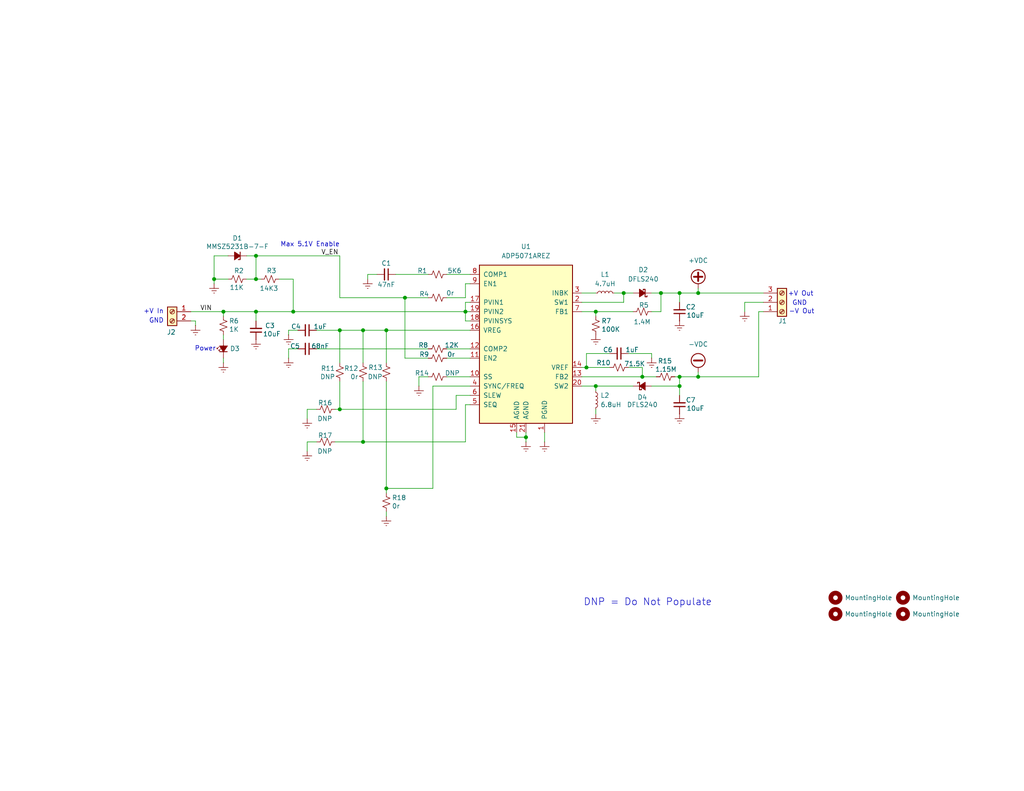
<source format=kicad_sch>
(kicad_sch (version 20250114) (generator "eeschema") (generator_version "9.0")
  (paper "A")
  (title_block (title "ADP5071 Dual Rail Supply") (date "2025-06-10") (rev "1") (company "Gadget Reboot") (comment 1 "https://www.youtube.com/@gadgetreboot") (comment 2 "https://github.com/GadgetReboot/ADP5071_Dual_Rail_Supply"))
  (lib_symbols
    (symbol "Connector:Screw_Terminal_01x02" (pin_names (offset 1.016) (hide yes))
      (property "Reference" "J" (at 0 2.54 0))
      (property "Value" "Screw_Terminal_01x02" (at 0 -5.08 0))
      (symbol "Screw_Terminal_01x02_1_1"
        (rectangle (start -1.27 1.27) (end 1.27 -3.81) (stroke (width 0.254)) (fill (type background)))
        (polyline (pts (xy -0.5334 0.3302) (xy 0.3302 -0.508)) (stroke (width 0.1524)))
        (polyline (pts (xy -0.5334 -2.2098) (xy 0.3302 -3.048)) (stroke (width 0.1524)))
        (polyline (pts (xy -0.3556 0.508) (xy 0.508 -0.3302)) (stroke (width 0.1524)))
        (polyline (pts (xy -0.3556 -2.032) (xy 0.508 -2.8702)) (stroke (width 0.1524)))
        (circle (center 0 0) (radius 0.635) (stroke (width 0.1524)))
        (circle (center 0 -2.54) (radius 0.635) (stroke (width 0.1524)))
        (pin passive line (at -5.08 0 0) (length 3.81) (name "Pin_1") (number "1"))
        (pin passive line (at -5.08 -2.54 0) (length 3.81) (name "Pin_2") (number "2"))
      )
    )
    (symbol "Connector:Screw_Terminal_01x03" (pin_names (offset 1.016) (hide yes))
      (property "Reference" "J" (at 0 5.08 0))
      (property "Value" "Screw_Terminal_01x03" (at 0 -5.08 0))
      (symbol "Screw_Terminal_01x03_1_1"
        (rectangle (start -1.27 3.81) (end 1.27 -3.81) (stroke (width 0.254)) (fill (type background)))
        (polyline (pts (xy -0.5334 2.8702) (xy 0.3302 2.032)) (stroke (width 0.1524)))
        (polyline (pts (xy -0.5334 0.3302) (xy 0.3302 -0.508)) (stroke (width 0.1524)))
        (polyline (pts (xy -0.5334 -2.2098) (xy 0.3302 -3.048)) (stroke (width 0.1524)))
        (polyline (pts (xy -0.3556 3.048) (xy 0.508 2.2098)) (stroke (width 0.1524)))
        (polyline (pts (xy -0.3556 0.508) (xy 0.508 -0.3302)) (stroke (width 0.1524)))
        (polyline (pts (xy -0.3556 -2.032) (xy 0.508 -2.8702)) (stroke (width 0.1524)))
        (circle (center 0 2.54) (radius 0.635) (stroke (width 0.1524)))
        (circle (center 0 0) (radius 0.635) (stroke (width 0.1524)))
        (circle (center 0 -2.54) (radius 0.635) (stroke (width 0.1524)))
        (pin passive line (at -5.08 2.54 0) (length 3.81) (name "Pin_1") (number "1"))
        (pin passive line (at -5.08 0 0) (length 3.81) (name "Pin_2") (number "2"))
        (pin passive line (at -5.08 -2.54 0) (length 3.81) (name "Pin_3") (number "3"))
      )
    )
    (symbol "Device:C_Small" (pin_numbers (hide yes)) (pin_names (offset 0.254) (hide yes))
      (property "Reference" "C" (at 0.254 1.778 0))
      (property "Value" "C_Small" (at 0.254 -2.032 0))
      (symbol "C_Small_0_1"
        (polyline (pts (xy -1.524 0.508) (xy 1.524 0.508)) (stroke (width 0.3048)))
        (polyline (pts (xy -1.524 -0.508) (xy 1.524 -0.508)) (stroke (width 0.3302)))
      )
      (symbol "C_Small_1_1"
        (pin passive line (at 0 2.54 270) (length 2.032) (name "~") (number "1"))
        (pin passive line (at 0 -2.54 90) (length 2.032) (name "~") (number "2"))
      )
    )
    (symbol "Device:D_Schottky_Small_Filled" (pin_numbers (hide yes)) (pin_names (offset 0.254) (hide yes))
      (property "Reference" "D" (at -1.27 2.032 0))
      (property "Value" "D_Schottky_Small_Filled" (at -7.112 -2.032 0))
      (symbol "D_Schottky_Small_Filled_0_1"
        (polyline (pts (xy -1.27 0.762) (xy -1.27 1.016) (xy -0.762 1.016) (xy -0.762 -1.016) (xy -0.254 -1.016) (xy -0.254 -0.762)) (stroke (width 0.254)))
        (polyline (pts (xy -0.762 0) (xy 0.762 0)))
        (polyline (pts (xy 0.762 -1.016) (xy -0.762 0) (xy 0.762 1.016) (xy 0.762 -1.016)) (stroke (width 0.254)) (fill (type outline)))
      )
      (symbol "D_Schottky_Small_Filled_1_1"
        (pin passive line (at -2.54 0 0) (length 1.778) (name "K") (number "1"))
        (pin passive line (at 2.54 0 180) (length 1.778) (name "A") (number "2"))
      )
    )
    (symbol "Device:D_Zener_Small_Filled" (pin_numbers (hide yes)) (pin_names (offset 0.254) (hide yes))
      (property "Reference" "D" (at 0 2.286 0))
      (property "Value" "D_Zener_Small_Filled" (at 0 -2.286 0))
      (symbol "D_Zener_Small_Filled_0_1"
        (polyline (pts (xy -0.254 1.016) (xy -0.762 1.016) (xy -0.762 -1.016)) (stroke (width 0.254)))
        (polyline (pts (xy 0.762 1.016) (xy -0.762 0) (xy 0.762 -1.016) (xy 0.762 1.016)) (stroke (width 0.254)) (fill (type outline)))
        (polyline (pts (xy 0.762 0) (xy -0.762 0)))
      )
      (symbol "D_Zener_Small_Filled_1_1"
        (pin passive line (at -2.54 0 0) (length 1.778) (name "K") (number "1"))
        (pin passive line (at 2.54 0 180) (length 1.778) (name "A") (number "2"))
      )
    )
    (symbol "Device:LED_Small_Filled" (pin_numbers (hide yes)) (pin_names (offset 0.254) (hide yes))
      (property "Reference" "D" (at -1.27 3.175 0))
      (property "Value" "LED_Small_Filled" (at -4.445 -2.54 0))
      (symbol "LED_Small_Filled_0_1"
        (polyline (pts (xy -0.762 -1.016) (xy -0.762 1.016)) (stroke (width 0.254)))
        (polyline (pts (xy 0 0.762) (xy -0.508 1.27) (xy -0.254 1.27) (xy -0.508 1.27) (xy -0.508 1.016)))
        (polyline (pts (xy 0.508 1.27) (xy 0 1.778) (xy 0.254 1.778) (xy 0 1.778) (xy 0 1.524)))
        (polyline (pts (xy 0.762 -1.016) (xy -0.762 0) (xy 0.762 1.016) (xy 0.762 -1.016)) (stroke (width 0.254)) (fill (type outline)))
        (polyline (pts (xy 1.016 0) (xy -0.762 0)))
      )
      (symbol "LED_Small_Filled_1_1"
        (pin passive line (at -2.54 0 0) (length 1.778) (name "K") (number "1"))
        (pin passive line (at 2.54 0 180) (length 1.778) (name "A") (number "2"))
      )
    )
    (symbol "Device:L_Small" (pin_numbers (hide yes)) (pin_names (offset 0.254) (hide yes))
      (property "Reference" "L" (at 0.762 1.016 0))
      (property "Value" "L_Small" (at 0.762 -1.016 0))
      (symbol "L_Small_0_1"
        (arc (start 0 2.032) (mid 0.5058 1.524) (end 0 1.016))
        (arc (start 0 1.016) (mid 0.5058 0.508) (end 0 0))
        (arc (start 0 0) (mid 0.5058 -0.508) (end 0 -1.016))
        (arc (start 0 -1.016) (mid 0.5058 -1.524) (end 0 -2.032))
      )
      (symbol "L_Small_1_1"
        (pin passive line (at 0 2.54 270) (length 0.508) (name "~") (number "1"))
        (pin passive line (at 0 -2.54 90) (length 0.508) (name "~") (number "2"))
      )
    )
    (symbol "Device:R_Small_US" (pin_numbers (hide yes)) (pin_names (offset 0.254) (hide yes))
      (property "Reference" "R" (at 0.762 0.508 0))
      (property "Value" "R_Small_US" (at 0.762 -1.016 0))
      (symbol "R_Small_US_1_1"
        (polyline (pts (xy 0 1.524) (xy 1.016 1.143) (xy 0 0.762) (xy -1.016 0.381) (xy 0 0)))
        (polyline (pts (xy 0 0) (xy 1.016 -0.381) (xy 0 -0.762) (xy -1.016 -1.143) (xy 0 -1.524)))
        (pin passive line (at 0 2.54 270) (length 1.016) (name "~") (number "1"))
        (pin passive line (at 0 -2.54 90) (length 1.016) (name "~") (number "2"))
      )
    )
    (symbol "Mechanical:MountingHole" (pin_names (offset 1.016)) (exclude_from_sim yes) (in_bom no)
      (property "Reference" "H" (at 0 5.08 0))
      (property "Value" "MountingHole" (at 0 3.175 0))
      (symbol "MountingHole_0_1"
        (circle (center 0 0) (radius 1.27) (stroke (width 1.27)))
      )
    )
    (symbol "Regulator_Switching:ADP5071AREZ" (pin_names (offset 1.016))
      (property "Reference" "U" (at -12.7 24.13 0))
      (property "Value" "ADP5071AREZ" (at 12.7 24.13 0))
      (symbol "ADP5071AREZ_0_1"
        (rectangle (start -12.7 22.86) (end 12.7 -20.32) (stroke (width 0.254)) (fill (type background)))
      )
      (symbol "ADP5071AREZ_1_1"
        (pin passive line (at -15.24 20.32 0) (length 2.54) (name "COMP1") (number "8"))
        (pin input line (at -15.24 17.78 0) (length 2.54) (name "EN1") (number "9"))
        (pin power_in line (at -15.24 12.7 0) (length 2.54) (name "PVIN1") (number "17"))
        (pin power_in line (at -15.24 10.16 0) (length 2.54) (name "PVIN2") (number "19"))
        (pin power_in line (at -15.24 7.62 0) (length 2.54) (name "PVINSYS") (number "18"))
        (pin output line (at -15.24 5.08 0) (length 2.54) (name "VREG") (number "16"))
        (pin passive line (at -15.24 0 0) (length 2.54) (name "COMP2") (number "12"))
        (pin input line (at -15.24 -2.54 0) (length 2.54) (name "EN2") (number "11"))
        (pin passive line (at -15.24 -7.62 0) (length 2.54) (name "SS") (number "10"))
        (pin input line (at -15.24 -10.16 0) (length 2.54) (name "SYNC/FREQ") (number "4"))
        (pin input line (at -15.24 -12.7 0) (length 2.54) (name "SLEW") (number "6"))
        (pin input line (at -15.24 -15.24 0) (length 2.54) (name "SEQ") (number "5"))
        (pin power_in line (at -2.54 -22.86 90) (length 2.54) (name "AGND") (number "15"))
        (pin power_in line (at 0 -22.86 90) (length 2.54) (name "AGND") (number "21"))
        (pin power_in line (at 5.08 -22.86 90) (length 2.54) (name "PGND") (number "1"))
        (pin power_out line (at 15.24 15.24 180) (length 2.54) (name "INBK") (number "3"))
        (pin power_out line (at 15.24 12.7 180) (length 2.54) (name "SW1") (number "2"))
        (pin input line (at 15.24 10.16 180) (length 2.54) (name "FB1") (number "7"))
        (pin output line (at 15.24 -5.08 180) (length 2.54) (name "VREF") (number "14"))
        (pin input line (at 15.24 -7.62 180) (length 2.54) (name "FB2") (number "13"))
        (pin power_out line (at 15.24 -10.16 180) (length 2.54) (name "SW2") (number "20"))
      )
    )
    (symbol "power:+VDC" (power) (pin_numbers (hide yes)) (pin_names (offset 0) (hide yes))
      (property "Value" "+VDC" (at 0 6.35 0))
      (symbol "+VDC_0_1"
        (polyline (pts (xy -1.143 3.175) (xy 1.143 3.175)) (stroke (width 0.508)))
        (circle (center 0 3.175) (radius 1.905) (stroke (width 0.254)))
        (polyline (pts (xy 0 2.032) (xy 0 4.318)) (stroke (width 0.508)))
        (polyline (pts (xy 0 0) (xy 0 1.27)))
      )
      (symbol "+VDC_1_1"
        (pin power_in line (at 0 0 90) (length 0) (name "~") (number "1"))
      )
    )
    (symbol "power:-VDC" (power) (pin_numbers (hide yes)) (pin_names (offset 0) (hide yes))
      (property "Value" "-VDC" (at 0 6.35 0))
      (symbol "-VDC_0_1"
        (polyline (pts (xy -1.143 3.175) (xy 1.143 3.175)) (stroke (width 0.508)))
        (circle (center 0 3.175) (radius 1.905) (stroke (width 0.254)))
        (polyline (pts (xy 0 0) (xy 0 1.27)))
      )
      (symbol "-VDC_1_1"
        (pin power_in line (at 0 0 90) (length 0) (name "~") (number "1"))
      )
    )
    (symbol "power:GNDREF" (power) (pin_numbers (hide yes)) (pin_names (offset 0) (hide yes))
      (property "Value" "GNDREF" (at 0 -3.81 0))
      (symbol "GNDREF_0_1"
        (polyline (pts (xy -0.635 -1.905) (xy 0.635 -1.905)))
        (polyline (pts (xy -0.127 -2.54) (xy 0.127 -2.54)))
        (polyline (pts (xy 0 -1.27) (xy 0 0)))
        (polyline (pts (xy 1.27 -1.27) (xy -1.27 -1.27)))
      )
      (symbol "GNDREF_1_1"
        (pin power_in line (at 0 0 270) (length 0) (name "~") (number "1"))
      )
    )
  )
  (text "GND" (at 44.704 88.392 0) (effects (font (size 1.27 1.27)) (justify right bottom)))
  (text "+V In" (at 44.704 85.852 0) (effects (font (size 1.27 1.27)) (justify right bottom)))
  (text "DNP = Do Not Populate" (at 194.31 165.608 0) (effects (font (size 1.905 1.905)) (justify right bottom)))
  (text "-V Out" (at 222.25 85.852 0) (effects (font (size 1.27 1.27)) (justify right bottom)))
  (text "GND" (at 220.218 83.566 0) (effects (font (size 1.27 1.27)) (justify right bottom)))
  (text "Max 5.1V Enable" (at 92.71 67.564 0) (effects (font (size 1.27 1.27)) (justify right bottom)))
  (text "+V Out" (at 221.996 81.026 0) (effects (font (size 1.27 1.27)) (justify right bottom)))
  (text "Power" (at 58.928 96.012 0) (effects (font (size 1.27 1.27)) (justify right bottom)))
  (junction (at 160.02 100.33))
  (junction (at 170.18 80.01))
  (junction (at 180.34 80.01))
  (junction (at 69.85 85.09))
  (junction (at 162.56 85.09))
  (junction (at 143.51 119.38))
  (junction (at 58.42 76.2))
  (junction (at 105.41 90.17))
  (junction (at 99.06 90.17))
  (junction (at 185.42 102.87))
  (junction (at 105.41 133.35))
  (junction (at 175.26 102.87))
  (junction (at 190.5 80.01))
  (junction (at 190.5 102.87))
  (junction (at 92.71 90.17))
  (junction (at 185.42 80.01))
  (junction (at 69.85 69.85))
  (junction (at 69.85 76.2))
  (junction (at 92.71 111.76))
  (junction (at 110.49 81.28))
  (junction (at 60.96 85.09))
  (junction (at 162.56 105.41))
  (junction (at 80.01 85.09))
  (junction (at 127 85.09))
  (junction (at 185.42 105.41))
  (junction (at 99.06 120.65))
  (wire (pts (xy 52.07 87.63) (xy 53.34 87.63)))
  (wire (pts (xy 158.75 82.55) (xy 170.18 82.55)))
  (wire (pts (xy 203.2 85.09) (xy 203.2 82.55)))
  (wire (pts (xy 60.96 97.79) (xy 60.96 99.06)))
  (wire (pts (xy 86.36 95.25) (xy 116.84 95.25)))
  (wire (pts (xy 190.5 78.74) (xy 190.5 80.01)))
  (wire (pts (xy 69.85 76.2) (xy 69.85 69.85)))
  (wire (pts (xy 162.56 85.09) (xy 172.72 85.09)))
  (wire (pts (xy 127 85.09) (xy 128.27 85.09)))
  (wire (pts (xy 62.23 76.2) (xy 58.42 76.2)))
  (wire (pts (xy 60.96 85.09) (xy 69.85 85.09)))
  (wire (pts (xy 177.8 97.79) (xy 177.8 96.52)))
  (wire (pts (xy 69.85 69.85) (xy 92.71 69.85)))
  (wire (pts (xy 185.42 82.55) (xy 185.42 80.01)))
  (wire (pts (xy 162.56 105.41) (xy 172.72 105.41)))
  (wire (pts (xy 58.42 76.2) (xy 58.42 77.47)))
  (wire (pts (xy 92.71 111.76) (xy 91.44 111.76)))
  (wire (pts (xy 80.01 76.2) (xy 80.01 85.09)))
  (wire (pts (xy 185.42 102.87) (xy 185.42 105.41)))
  (wire (pts (xy 190.5 80.01) (xy 208.28 80.01)))
  (wire (pts (xy 143.51 118.11) (xy 143.51 119.38)))
  (wire (pts (xy 83.82 111.76) (xy 86.36 111.76)))
  (wire (pts (xy 118.11 105.41) (xy 128.27 105.41)))
  (wire (pts (xy 110.49 81.28) (xy 110.49 97.79)))
  (wire (pts (xy 158.75 85.09) (xy 162.56 85.09)))
  (wire (pts (xy 60.96 85.09) (xy 60.96 86.36)))
  (wire (pts (xy 167.64 80.01) (xy 170.18 80.01)))
  (wire (pts (xy 99.06 120.65) (xy 91.44 120.65)))
  (wire (pts (xy 76.2 76.2) (xy 80.01 76.2)))
  (wire (pts (xy 128.27 87.63) (xy 127 87.63)))
  (wire (pts (xy 92.71 104.14) (xy 92.71 111.76)))
  (wire (pts (xy 140.97 119.38) (xy 143.51 119.38)))
  (wire (pts (xy 121.92 97.79) (xy 128.27 97.79)))
  (wire (pts (xy 185.42 107.95) (xy 185.42 105.41)))
  (wire (pts (xy 175.26 100.33) (xy 175.26 102.87)))
  (wire (pts (xy 118.11 105.41) (xy 118.11 133.35)))
  (wire (pts (xy 78.74 91.44) (xy 78.74 90.17)))
  (wire (pts (xy 114.3 105.41) (xy 114.3 102.87)))
  (wire (pts (xy 190.5 80.01) (xy 185.42 80.01)))
  (wire (pts (xy 78.74 95.25) (xy 78.74 97.79)))
  (wire (pts (xy 190.5 101.6) (xy 190.5 102.87)))
  (wire (pts (xy 62.23 69.85) (xy 58.42 69.85)))
  (wire (pts (xy 121.92 74.93) (xy 128.27 74.93)))
  (wire (pts (xy 92.71 90.17) (xy 99.06 90.17)))
  (wire (pts (xy 52.07 85.09) (xy 60.96 85.09)))
  (wire (pts (xy 128.27 110.49) (xy 127 110.49)))
  (wire (pts (xy 158.75 100.33) (xy 160.02 100.33)))
  (wire (pts (xy 128.27 82.55) (xy 127 82.55)))
  (wire (pts (xy 99.06 90.17) (xy 99.06 99.06)))
  (wire (pts (xy 83.82 114.3) (xy 83.82 111.76)))
  (wire (pts (xy 105.41 133.35) (xy 105.41 104.14)))
  (wire (pts (xy 53.34 87.63) (xy 53.34 88.9)))
  (wire (pts (xy 69.85 87.63) (xy 69.85 85.09)))
  (wire (pts (xy 100.33 74.93) (xy 100.33 76.2)))
  (wire (pts (xy 140.97 118.11) (xy 140.97 119.38)))
  (wire (pts (xy 121.92 95.25) (xy 128.27 95.25)))
  (wire (pts (xy 128.27 107.95) (xy 124.46 107.95)))
  (wire (pts (xy 58.42 69.85) (xy 58.42 76.2)))
  (wire (pts (xy 185.42 102.87) (xy 190.5 102.87)))
  (wire (pts (xy 171.45 100.33) (xy 175.26 100.33)))
  (wire (pts (xy 143.51 119.38) (xy 143.51 120.65)))
  (wire (pts (xy 160.02 96.52) (xy 160.02 100.33)))
  (wire (pts (xy 124.46 111.76) (xy 92.71 111.76)))
  (wire (pts (xy 158.75 80.01) (xy 162.56 80.01)))
  (wire (pts (xy 99.06 104.14) (xy 99.06 120.65)))
  (wire (pts (xy 177.8 85.09) (xy 180.34 85.09)))
  (wire (pts (xy 170.18 80.01) (xy 172.72 80.01)))
  (wire (pts (xy 81.28 95.25) (xy 78.74 95.25)))
  (wire (pts (xy 60.96 91.44) (xy 60.96 92.71)))
  (wire (pts (xy 185.42 105.41) (xy 177.8 105.41)))
  (wire (pts (xy 114.3 102.87) (xy 116.84 102.87)))
  (wire (pts (xy 171.45 96.52) (xy 177.8 96.52)))
  (wire (pts (xy 118.11 133.35) (xy 105.41 133.35)))
  (wire (pts (xy 80.01 85.09) (xy 127 85.09)))
  (wire (pts (xy 158.75 105.41) (xy 162.56 105.41)))
  (wire (pts (xy 92.71 81.28) (xy 110.49 81.28)))
  (wire (pts (xy 190.5 102.87) (xy 207.01 102.87)))
  (wire (pts (xy 92.71 90.17) (xy 92.71 99.06)))
  (wire (pts (xy 105.41 133.35) (xy 105.41 134.62)))
  (wire (pts (xy 127 81.28) (xy 121.92 81.28)))
  (wire (pts (xy 127 77.47) (xy 128.27 77.47)))
  (wire (pts (xy 105.41 90.17) (xy 128.27 90.17)))
  (wire (pts (xy 127 110.49) (xy 127 120.65)))
  (wire (pts (xy 166.37 96.52) (xy 160.02 96.52)))
  (wire (pts (xy 148.59 118.11) (xy 148.59 120.65)))
  (wire (pts (xy 127 120.65) (xy 99.06 120.65)))
  (wire (pts (xy 69.85 76.2) (xy 71.12 76.2)))
  (wire (pts (xy 121.92 102.87) (xy 128.27 102.87)))
  (wire (pts (xy 207.01 102.87) (xy 207.01 85.09)))
  (wire (pts (xy 127 87.63) (xy 127 85.09)))
  (wire (pts (xy 175.26 102.87) (xy 179.07 102.87)))
  (wire (pts (xy 110.49 81.28) (xy 116.84 81.28)))
  (wire (pts (xy 184.15 102.87) (xy 185.42 102.87)))
  (wire (pts (xy 170.18 82.55) (xy 170.18 80.01)))
  (wire (pts (xy 110.49 97.79) (xy 116.84 97.79)))
  (wire (pts (xy 127 82.55) (xy 127 85.09)))
  (wire (pts (xy 99.06 90.17) (xy 105.41 90.17)))
  (wire (pts (xy 124.46 107.95) (xy 124.46 111.76)))
  (wire (pts (xy 105.41 139.7) (xy 105.41 140.97)))
  (wire (pts (xy 180.34 85.09) (xy 180.34 80.01)))
  (wire (pts (xy 105.41 90.17) (xy 105.41 99.06)))
  (wire (pts (xy 69.85 85.09) (xy 80.01 85.09)))
  (wire (pts (xy 67.31 69.85) (xy 69.85 69.85)))
  (wire (pts (xy 127 81.28) (xy 127 77.47)))
  (wire (pts (xy 158.75 102.87) (xy 175.26 102.87)))
  (wire (pts (xy 203.2 82.55) (xy 208.28 82.55)))
  (wire (pts (xy 83.82 120.65) (xy 86.36 120.65)))
  (wire (pts (xy 185.42 80.01) (xy 180.34 80.01)))
  (wire (pts (xy 107.95 74.93) (xy 116.84 74.93)))
  (wire (pts (xy 102.87 74.93) (xy 100.33 74.93)))
  (wire (pts (xy 207.01 85.09) (xy 208.28 85.09)))
  (wire (pts (xy 78.74 90.17) (xy 81.28 90.17)))
  (wire (pts (xy 162.56 85.09) (xy 162.56 86.36)))
  (wire (pts (xy 180.34 80.01) (xy 177.8 80.01)))
  (wire (pts (xy 160.02 100.33) (xy 166.37 100.33)))
  (wire (pts (xy 162.56 105.41) (xy 162.56 106.68)))
  (wire (pts (xy 83.82 123.19) (xy 83.82 120.65)))
  (wire (pts (xy 67.31 76.2) (xy 69.85 76.2)))
  (wire (pts (xy 162.56 111.76) (xy 162.56 113.03)))
  (wire (pts (xy 86.36 90.17) (xy 92.71 90.17)))
  (wire (pts (xy 92.71 69.85) (xy 92.71 81.28)))
  (label "VIN" (at 54.61 85.09 0))
  (label "V_EN" (at 87.63 69.85 0))
  (symbol (lib_id "Mechanical:MountingHole") (at 246.38 163.195 0) (unit 1)
    (property "Reference" "H2" (effects (hide yes)))
    (property "Value" "MountingHole" (at 248.92 163.195 0) (effects (justify left)))
    (property "Footprint" "MountingHole:MountingHole_3.5mm" (effects (hide yes)))
  )
  (symbol (lib_id "Mechanical:MountingHole") (at 246.38 167.64 0) (unit 1)
    (property "Reference" "H4" (effects (hide yes)))
    (property "Value" "MountingHole" (at 248.92 167.64 0) (effects (justify left)))
    (property "Footprint" "MountingHole:MountingHole_3.5mm" (effects (hide yes)))
  )
  (symbol (lib_id "Mechanical:MountingHole") (at 227.965 163.195 0) (unit 1)
    (property "Reference" "H1" (effects (hide yes)))
    (property "Value" "MountingHole" (at 230.505 163.195 0) (effects (justify left)))
    (property "Footprint" "MountingHole:MountingHole_3.5mm" (effects (hide yes)))
  )
  (symbol (lib_id "Mechanical:MountingHole") (at 227.965 167.64 0) (unit 1)
    (property "Reference" "H3" (effects (hide yes)))
    (property "Value" "MountingHole" (at 230.505 167.64 0) (effects (justify left)))
    (property "Footprint" "MountingHole:MountingHole_3.5mm" (effects (hide yes)))
  )
  (symbol (lib_id "power:GNDREF") (at 78.74 91.44 0) (unit 1)
    (property "Reference" "#PWR07" (effects (hide yes)))
    (property "Value" "GNDREF" (effects (hide yes)))
    (property "Description" "Power symbol creates a global label with name \"GNDREF\" , reference supply ground" (effects (hide yes)))
  )
  (symbol (lib_id "power:GNDREF") (at 53.34 88.9 0) (unit 1)
    (property "Reference" "#PWR06" (effects (hide yes)))
    (property "Value" "GNDREF" (effects (hide yes)))
    (property "Description" "Power symbol creates a global label with name \"GNDREF\" , reference supply ground" (effects (hide yes)))
  )
  (symbol (lib_id "power:GNDREF") (at 143.51 120.65 0) (unit 1)
    (property "Reference" "#PWR018" (effects (hide yes)))
    (property "Value" "GNDREF" (effects (hide yes)))
    (property "Description" "Power symbol creates a global label with name \"GNDREF\" , reference supply ground" (effects (hide yes)))
  )
  (symbol (lib_id "Device:D_Schottky_Small_Filled") (at 175.26 105.41 0) (unit 1)
    (property "Reference" "D4" (at 175.26 108.458 0))
    (property "Value" "DFLS240" (at 175.26 110.49 0))
    (property "Footprint" "Diode_SMD:D_PowerDI-123" (effects (hide yes)))
    (property "Description" "Schottky diode, small symbol, filled shape" (effects (hide yes)))
  )
  (symbol (lib_id "Device:D_Schottky_Small_Filled") (at 175.26 80.01 180) (unit 1)
    (property "Reference" "D2" (at 175.514 73.66 0))
    (property "Value" "DFLS240" (at 175.514 76.2 0))
    (property "Footprint" "Diode_SMD:D_PowerDI-123" (effects (hide yes)))
    (property "Description" "Schottky diode, small symbol, filled shape" (effects (hide yes)))
  )
  (symbol (lib_id "power:GNDREF") (at 185.42 113.03 0) (unit 1)
    (property "Reference" "#PWR016" (effects (hide yes)))
    (property "Value" "GNDREF" (effects (hide yes)))
    (property "Description" "Power symbol creates a global label with name \"GNDREF\" , reference supply ground" (effects (hide yes)))
  )
  (symbol (lib_id "power:GNDREF") (at 69.85 92.71 0) (unit 1)
    (property "Reference" "#PWR09" (effects (hide yes)))
    (property "Value" "GNDREF" (effects (hide yes)))
    (property "Description" "Power symbol creates a global label with name \"GNDREF\" , reference supply ground" (effects (hide yes)))
  )
  (symbol (lib_id "Device:C_Small") (at 83.82 90.17 270) (unit 1)
    (property "Reference" "C4" (at 80.7657 89.154 90))
    (property "Value" "1uF" (at 87.3697 89.154 90))
    (property "Footprint" "Capacitor_SMD:C_0805_2012Metric_Pad1.18x1.45mm_HandSolder" (effects (hide yes)))
    (property "Description" "Unpolarized capacitor, small symbol" (effects (hide yes)))
  )
  (symbol (lib_id "Connector:Screw_Terminal_01x02") (at 46.99 85.09 0) (mirror y) (unit 1)
    (property "Reference" "J2" (at 46.736 90.678 0))
    (property "Value" "Screw_Terminal_01x02" (effects (hide yes)))
    (property "Footprint" "TerminalBlock_CUI:TerminalBlock_CUI_TB007-508-02_1x02_P5.08mm_Horizontal" (effects (hide yes)))
    (property "Description" "Generic screw terminal, single row, 01x02, script generated (kicad-library-utils/schlib/autogen/connector/)" (effects (hide yes)))
  )
  (symbol (lib_id "Device:R_Small_US") (at 105.41 101.6 180) (unit 1)
    (property "Reference" "R13" (at 104.394 100.3301 0) (effects (justify left)))
    (property "Value" "DNP" (at 104.394 102.8701 0) (effects (justify left)))
    (property "Footprint" "Resistor_SMD:R_0805_2012Metric_Pad1.20x1.40mm_HandSolder" (effects (hide yes)))
    (property "Description" "Resistor, small US symbol" (effects (hide yes)))
  )
  (symbol (lib_id "Device:R_Small_US") (at 175.26 85.09 90) (unit 1)
    (property "Reference" "R5" (at 177.0379 83.312 90) (effects (justify left)))
    (property "Value" "1.4M" (at 177.5459 87.884 90) (effects (justify left)))
    (property "Footprint" "Resistor_SMD:R_0805_2012Metric_Pad1.20x1.40mm_HandSolder" (effects (hide yes)))
    (property "Description" "Resistor, small US symbol" (effects (hide yes)))
  )
  (symbol (lib_id "Device:C_Small") (at 168.91 96.52 270) (unit 1)
    (property "Reference" "C6" (at 165.8557 95.504 90))
    (property "Value" "1uF" (at 172.4597 95.504 90))
    (property "Footprint" "Capacitor_SMD:C_0805_2012Metric_Pad1.18x1.45mm_HandSolder" (effects (hide yes)))
    (property "Description" "Unpolarized capacitor, small symbol" (effects (hide yes)))
  )
  (symbol (lib_id "Device:R_Small_US") (at 60.96 88.9 0) (unit 1)
    (property "Reference" "R6" (at 62.484 87.6299 0) (effects (justify left)))
    (property "Value" "1K" (at 62.484 89.9159 0) (effects (justify left)))
    (property "Footprint" "Resistor_SMD:R_0805_2012Metric_Pad1.20x1.40mm_HandSolder" (effects (hide yes)))
    (property "Description" "Resistor, small US symbol" (effects (hide yes)))
  )
  (symbol (lib_id "power:GNDREF") (at 83.82 123.19 0) (unit 1)
    (property "Reference" "#PWR020" (effects (hide yes)))
    (property "Value" "GNDREF" (effects (hide yes)))
    (property "Description" "Power symbol creates a global label with name \"GNDREF\" , reference supply ground" (effects (hide yes)))
  )
  (symbol (lib_id "Device:C_Small") (at 69.85 90.17 180) (unit 1)
    (property "Reference" "C3" (at 73.66 88.8937 0))
    (property "Value" "10uF" (at 74.168 91.1797 0))
    (property "Footprint" "Capacitor_SMD:C_1210_3225Metric_Pad1.33x2.70mm_HandSolder" (effects (hide yes)))
    (property "Description" "Unpolarized capacitor, small symbol" (effects (hide yes)))
  )
  (symbol (lib_id "Device:C_Small") (at 105.41 74.93 270) (unit 1)
    (property "Reference" "C1" (at 105.4037 71.882 90))
    (property "Value" "47nF" (at 105.4037 77.724 90))
    (property "Footprint" "Capacitor_SMD:C_0805_2012Metric_Pad1.18x1.45mm_HandSolder" (effects (hide yes)))
    (property "Description" "Unpolarized capacitor, small symbol" (effects (hide yes)))
  )
  (symbol (lib_id "power:GNDREF") (at 105.41 140.97 0) (unit 1)
    (property "Reference" "#PWR021" (effects (hide yes)))
    (property "Value" "GNDREF" (effects (hide yes)))
    (property "Description" "Power symbol creates a global label with name \"GNDREF\" , reference supply ground" (effects (hide yes)))
  )
  (symbol (lib_id "Device:R_Small_US") (at 119.38 97.79 90) (unit 1)
    (property "Reference" "R9" (at 117.0939 96.774 90) (effects (justify left)))
    (property "Value" "0r" (at 124.2059 96.774 90) (effects (justify left)))
    (property "Footprint" "Resistor_SMD:R_0805_2012Metric_Pad1.20x1.40mm_HandSolder" (effects (hide yes)))
    (property "Description" "Resistor, small US symbol" (effects (hide yes)))
  )
  (symbol (lib_id "Device:C_Small") (at 83.82 95.25 270) (unit 1)
    (property "Reference" "C5" (at 80.5117 94.488 90))
    (property "Value" "68nF" (at 87.3697 94.488 90))
    (property "Footprint" "Capacitor_SMD:C_0805_2012Metric_Pad1.18x1.45mm_HandSolder" (effects (hide yes)))
    (property "Description" "Unpolarized capacitor, small symbol" (effects (hide yes)))
  )
  (symbol (lib_id "Device:C_Small") (at 185.42 110.49 180) (unit 1)
    (property "Reference" "C7" (at 188.468 109.2137 0))
    (property "Value" "10uF" (at 189.738 111.4997 0))
    (property "Footprint" "Capacitor_SMD:C_1210_3225Metric_Pad1.33x2.70mm_HandSolder" (effects (hide yes)))
    (property "Description" "Unpolarized capacitor, small symbol" (effects (hide yes)))
  )
  (symbol (lib_id "power:GNDREF") (at 78.74 97.79 0) (unit 1)
    (property "Reference" "#PWR010" (effects (hide yes)))
    (property "Value" "GNDREF" (effects (hide yes)))
    (property "Description" "Power symbol creates a global label with name \"GNDREF\" , reference supply ground" (effects (hide yes)))
  )
  (symbol (lib_id "Device:R_Small_US") (at 119.38 74.93 90) (unit 1)
    (property "Reference" "R1" (at 116.5859 73.914 90) (effects (justify left)))
    (property "Value" "5K6" (at 125.9839 73.914 90) (effects (justify left)))
    (property "Footprint" "Resistor_SMD:R_0805_2012Metric_Pad1.20x1.40mm_HandSolder" (effects (hide yes)))
    (property "Description" "Resistor, small US symbol" (effects (hide yes)))
  )
  (symbol (lib_id "Regulator_Switching:ADP5071AREZ") (at 143.51 95.25 0) (unit 1)
    (property "Reference" "U1" (at 143.51 67.31 0))
    (property "Value" "ADP5071AREZ" (at 143.51 69.85 0))
    (property "Footprint" "Package_SO:ETSSOP-20-1EP_4.4x6.5mm_P0.65mm_EP3x4.2mm" (effects (hide yes)))
    (property "Datasheet" "https://www.analog.com/media/en/technical-documentation/data-sheets/ADP5071.pdf" (effects (hide yes)))
    (property "Description" "2A/1.2A DC-to-DC Switching Regulator with Independent Positive and Negative Outputs" (effects (hide yes)))
  )
  (symbol (lib_id "Device:C_Small") (at 185.42 85.09 180) (unit 1)
    (property "Reference" "C2" (at 188.468 83.8137 0))
    (property "Value" "10uF" (at 189.738 86.0997 0))
    (property "Footprint" "Capacitor_SMD:C_1210_3225Metric_Pad1.33x2.70mm_HandSolder" (effects (hide yes)))
    (property "Description" "Unpolarized capacitor, small symbol" (effects (hide yes)))
  )
  (symbol (lib_id "Device:R_Small_US") (at 73.66 76.2 90) (unit 1)
    (property "Reference" "R3" (at 75.4379 73.914 90) (effects (justify left)))
    (property "Value" "14K3" (at 75.9459 78.74 90) (effects (justify left)))
    (property "Footprint" "Resistor_SMD:R_0805_2012Metric_Pad1.20x1.40mm_HandSolder" (effects (hide yes)))
    (property "Description" "Resistor, small US symbol" (effects (hide yes)))
  )
  (symbol (lib_id "power:GNDREF") (at 60.96 99.06 0) (unit 1)
    (property "Reference" "#PWR012" (effects (hide yes)))
    (property "Value" "GNDREF" (effects (hide yes)))
    (property "Description" "Power symbol creates a global label with name \"GNDREF\" , reference supply ground" (effects (hide yes)))
  )
  (symbol (lib_id "power:-VDC") (at 190.5 101.6 0) (unit 1)
    (property "Reference" "#PWR013" (effects (hide yes)))
    (property "Value" "-VDC" (at 190.5 93.98 0))
    (property "Description" "Power symbol creates a global label with name \"-VDC\"" (effects (hide yes)))
  )
  (symbol (lib_id "power:GNDREF") (at 148.59 120.65 0) (unit 1)
    (property "Reference" "#PWR019" (effects (hide yes)))
    (property "Value" "GNDREF" (effects (hide yes)))
    (property "Description" "Power symbol creates a global label with name \"GNDREF\" , reference supply ground" (effects (hide yes)))
  )
  (symbol (lib_id "Device:R_Small_US") (at 119.38 102.87 90) (unit 1)
    (property "Reference" "R14" (at 117.0939 101.854 90) (effects (justify left)))
    (property "Value" "DNP" (at 125.4759 101.854 90) (effects (justify left)))
    (property "Footprint" "Resistor_SMD:R_0805_2012Metric_Pad1.20x1.40mm_HandSolder" (effects (hide yes)))
    (property "Description" "Resistor, small US symbol" (effects (hide yes)))
  )
  (symbol (lib_id "power:GNDREF") (at 83.82 114.3 0) (unit 1)
    (property "Reference" "#PWR017" (effects (hide yes)))
    (property "Value" "GNDREF" (effects (hide yes)))
    (property "Description" "Power symbol creates a global label with name \"GNDREF\" , reference supply ground" (effects (hide yes)))
  )
  (symbol (lib_id "Device:R_Small_US") (at 99.06 101.6 180) (unit 1)
    (property "Reference" "R12" (at 97.79 100.5841 0) (effects (justify left)))
    (property "Value" "0r" (at 97.79 102.8701 0) (effects (justify left)))
    (property "Footprint" "Resistor_SMD:R_0805_2012Metric_Pad1.20x1.40mm_HandSolder" (effects (hide yes)))
    (property "Description" "Resistor, small US symbol" (effects (hide yes)))
  )
  (symbol (lib_id "power:GNDREF") (at 177.8 97.79 0) (unit 1)
    (property "Reference" "#PWR011" (effects (hide yes)))
    (property "Value" "GNDREF" (effects (hide yes)))
    (property "Description" "Power symbol creates a global label with name \"GNDREF\" , reference supply ground" (effects (hide yes)))
  )
  (symbol (lib_id "Connector:Screw_Terminal_01x03") (at 213.36 82.55 0) (mirror x) (unit 1)
    (property "Reference" "J1" (at 212.344 87.6301 0) (effects (justify left)))
    (property "Value" "Screw_Terminal_01x03" (effects (hide yes)))
    (property "Footprint" "TerminalBlock_CUI:TerminalBlock_CUI_TB007-508-03_1x03_P5.08mm_Horizontal" (effects (hide yes)))
    (property "Description" "Generic screw terminal, single row, 01x03, script generated (kicad-library-utils/schlib/autogen/connector/)" (effects (hide yes)))
  )
  (symbol (lib_id "Device:R_Small_US") (at 119.38 81.28 90) (unit 1)
    (property "Reference" "R4" (at 117.0939 80.264 90) (effects (justify left)))
    (property "Value" "0r" (at 123.9519 80.01 90) (effects (justify left)))
    (property "Footprint" "Resistor_SMD:R_0805_2012Metric_Pad1.20x1.40mm_HandSolder" (effects (hide yes)))
    (property "Description" "Resistor, small US symbol" (effects (hide yes)))
  )
  (symbol (lib_id "power:GNDREF") (at 162.56 91.44 0) (unit 1)
    (property "Reference" "#PWR08" (effects (hide yes)))
    (property "Value" "GNDREF" (effects (hide yes)))
    (property "Description" "Power symbol creates a global label with name \"GNDREF\" , reference supply ground" (effects (hide yes)))
  )
  (symbol (lib_id "Device:D_Zener_Small_Filled") (at 64.77 69.85 180) (unit 1)
    (property "Reference" "D1" (at 64.77 65.024 0))
    (property "Value" "MMSZ5231B-7-F" (at 64.77 67.31 0))
    (property "Footprint" "Diode_SMD:D_SOD-123" (effects (hide yes)))
    (property "Description" "Zener diode, small symbol, filled shape" (effects (hide yes)))
  )
  (symbol (lib_id "Device:L_Small") (at 162.56 109.22 0) (unit 1)
    (property "Reference" "L2" (at 163.83 107.9499 0) (effects (justify left)))
    (property "Value" "6.8uH" (at 163.83 110.4899 0) (effects (justify left)))
    (property "Footprint" "Inductor_SMD:L_Coilcraft_XAL4030-XXX" (effects (hide yes)))
    (property "Description" "Inductor, small symbol" (effects (hide yes)))
  )
  (symbol (lib_id "power:GNDREF") (at 185.42 87.63 0) (unit 1)
    (property "Reference" "#PWR05" (effects (hide yes)))
    (property "Value" "GNDREF" (effects (hide yes)))
    (property "Description" "Power symbol creates a global label with name \"GNDREF\" , reference supply ground" (effects (hide yes)))
  )
  (symbol (lib_id "Device:L_Small") (at 165.1 80.01 90) (unit 1)
    (property "Reference" "L1" (at 165.1 74.93 90))
    (property "Value" "4.7uH" (at 165.1 77.47 90))
    (property "Footprint" "Inductor_SMD:L_Coilcraft_XAL4030-XXX" (effects (hide yes)))
    (property "Description" "Inductor, small symbol" (effects (hide yes)))
  )
  (symbol (lib_id "Device:R_Small_US") (at 181.61 102.87 90) (unit 1)
    (property "Reference" "R15" (at 183.3879 98.552 90) (effects (justify left)))
    (property "Value" "1.15M" (at 184.6579 100.838 90) (effects (justify left)))
    (property "Footprint" "Resistor_SMD:R_0805_2012Metric_Pad1.20x1.40mm_HandSolder" (effects (hide yes)))
    (property "Description" "Resistor, small US symbol" (effects (hide yes)))
  )
  (symbol (lib_id "power:GNDREF") (at 100.33 76.2 0) (unit 1)
    (property "Reference" "#PWR01" (effects (hide yes)))
    (property "Value" "GNDREF" (effects (hide yes)))
    (property "Description" "Power symbol creates a global label with name \"GNDREF\" , reference supply ground" (effects (hide yes)))
  )
  (symbol (lib_id "Device:R_Small_US") (at 168.91 100.33 90) (unit 1)
    (property "Reference" "R10" (at 166.6239 99.06 90) (effects (justify left)))
    (property "Value" "71.5K" (at 176.0219 99.314 90) (effects (justify left)))
    (property "Footprint" "Resistor_SMD:R_0805_2012Metric_Pad1.20x1.40mm_HandSolder" (effects (hide yes)))
    (property "Description" "Resistor, small US symbol" (effects (hide yes)))
  )
  (symbol (lib_id "Device:R_Small_US") (at 92.71 101.6 180) (unit 1)
    (property "Reference" "R11" (at 91.44 100.5841 0) (effects (justify left)))
    (property "Value" "DNP" (at 91.44 102.8701 0) (effects (justify left)))
    (property "Footprint" "Resistor_SMD:R_0805_2012Metric_Pad1.20x1.40mm_HandSolder" (effects (hide yes)))
    (property "Description" "Resistor, small US symbol" (effects (hide yes)))
  )
  (symbol (lib_id "power:GNDREF") (at 203.2 85.09 0) (unit 1)
    (property "Reference" "#PWR04" (effects (hide yes)))
    (property "Value" "GNDREF" (effects (hide yes)))
    (property "Description" "Power symbol creates a global label with name \"GNDREF\" , reference supply ground" (effects (hide yes)))
  )
  (symbol (lib_id "Device:R_Small_US") (at 162.56 88.9 0) (unit 1)
    (property "Reference" "R7" (at 164.084 87.6299 0) (effects (justify left)))
    (property "Value" "100K" (at 164.084 89.9159 0) (effects (justify left)))
    (property "Footprint" "Resistor_SMD:R_0805_2012Metric_Pad1.20x1.40mm_HandSolder" (effects (hide yes)))
    (property "Description" "Resistor, small US symbol" (effects (hide yes)))
  )
  (symbol (lib_id "Device:R_Small_US") (at 88.9 111.76 90) (unit 1)
    (property "Reference" "R16" (at 90.6779 109.982 90) (effects (justify left)))
    (property "Value" "DNP" (at 90.6779 114.3 90) (effects (justify left)))
    (property "Footprint" "Resistor_SMD:R_0805_2012Metric_Pad1.20x1.40mm_HandSolder" (effects (hide yes)))
    (property "Description" "Resistor, small US symbol" (effects (hide yes)))
  )
  (symbol (lib_id "Device:R_Small_US") (at 119.38 95.25 90) (unit 1)
    (property "Reference" "R8" (at 116.8399 94.234 90) (effects (justify left)))
    (property "Value" "12K" (at 125.2219 94.234 90) (effects (justify left)))
    (property "Footprint" "Resistor_SMD:R_0805_2012Metric_Pad1.20x1.40mm_HandSolder" (effects (hide yes)))
    (property "Description" "Resistor, small US symbol" (effects (hide yes)))
  )
  (symbol (lib_id "power:GNDREF") (at 162.56 113.03 0) (unit 1)
    (property "Reference" "#PWR015" (effects (hide yes)))
    (property "Value" "GNDREF" (effects (hide yes)))
    (property "Description" "Power symbol creates a global label with name \"GNDREF\" , reference supply ground" (effects (hide yes)))
  )
  (symbol (lib_id "power:+VDC") (at 190.5 78.74 0) (unit 1)
    (property "Reference" "#PWR03" (effects (hide yes)))
    (property "Value" "+VDC" (at 190.5 71.12 0))
    (property "Description" "Power symbol creates a global label with name \"+VDC\"" (effects (hide yes)))
  )
  (symbol (lib_id "Device:R_Small_US") (at 105.41 137.16 0) (unit 1)
    (property "Reference" "R18" (at 106.934 135.8899 0) (effects (justify left)))
    (property "Value" "0r" (at 106.934 138.1759 0) (effects (justify left)))
    (property "Footprint" "Resistor_SMD:R_0805_2012Metric_Pad1.20x1.40mm_HandSolder" (effects (hide yes)))
    (property "Description" "Resistor, small US symbol" (effects (hide yes)))
  )
  (symbol (lib_id "Device:R_Small_US") (at 88.9 120.65 90) (unit 1)
    (property "Reference" "R17" (at 90.6779 118.872 90) (effects (justify left)))
    (property "Value" "DNP" (at 90.6779 123.19 90) (effects (justify left)))
    (property "Footprint" "Resistor_SMD:R_0805_2012Metric_Pad1.20x1.40mm_HandSolder" (effects (hide yes)))
    (property "Description" "Resistor, small US symbol" (effects (hide yes)))
  )
  (symbol (lib_id "Device:LED_Small_Filled") (at 60.96 95.25 90) (unit 1)
    (property "Reference" "D3" (at 62.738 95.1864 90) (effects (justify right)))
    (property "Value" "LED_Small_Filled" (effects (hide yes)))
    (property "Footprint" "LED_SMD:LED_0805_2012Metric_Pad1.15x1.40mm_HandSolder" (effects (hide yes)))
    (property "Description" "Light emitting diode, small symbol, filled shape" (effects (hide yes)))
  )
  (symbol (lib_id "power:GNDREF") (at 58.42 77.47 0) (unit 1)
    (property "Reference" "#PWR02" (effects (hide yes)))
    (property "Value" "GNDREF" (effects (hide yes)))
    (property "Description" "Power symbol creates a global label with name \"GNDREF\" , reference supply ground" (effects (hide yes)))
  )
  (symbol (lib_id "power:GNDREF") (at 114.3 105.41 0) (unit 1)
    (property "Reference" "#PWR014" (effects (hide yes)))
    (property "Value" "GNDREF" (effects (hide yes)))
    (property "Description" "Power symbol creates a global label with name \"GNDREF\" , reference supply ground" (effects (hide yes)))
  )
  (symbol (lib_id "Device:R_Small_US") (at 64.77 76.2 90) (unit 1)
    (property "Reference" "R2" (at 66.5479 73.914 90) (effects (justify left)))
    (property "Value" "11K" (at 66.5479 78.486 90) (effects (justify left)))
    (property "Footprint" "Resistor_SMD:R_0805_2012Metric_Pad1.20x1.40mm_HandSolder" (effects (hide yes)))
    (property "Description" "Resistor, small US symbol" (effects (hide yes)))
  )
)
</source>
